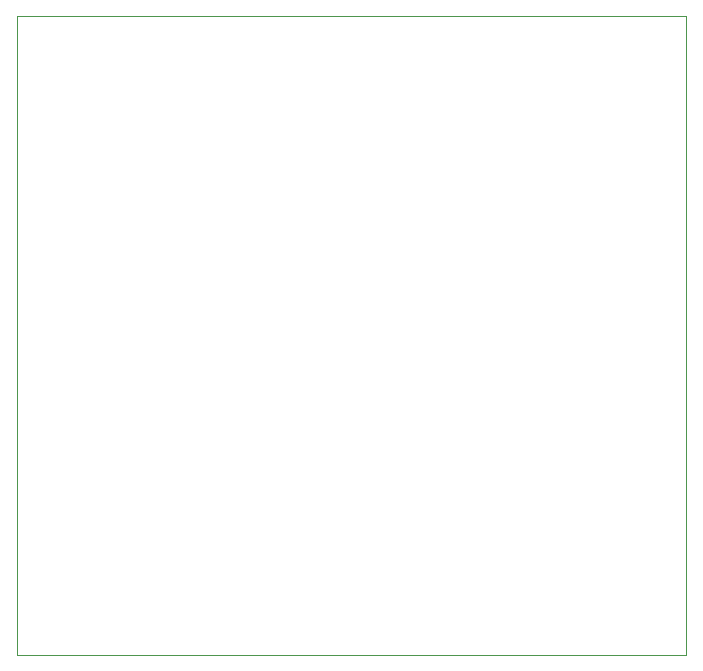
<source format=gm1>
G04 #@! TF.GenerationSoftware,KiCad,Pcbnew,(6.0.11)*
G04 #@! TF.CreationDate,2024-10-09T23:17:59+02:00*
G04 #@! TF.ProjectId,kicad-c128keyb,6b696361-642d-4633-9132-386b6579622e,rev?*
G04 #@! TF.SameCoordinates,Original*
G04 #@! TF.FileFunction,Profile,NP*
%FSLAX46Y46*%
G04 Gerber Fmt 4.6, Leading zero omitted, Abs format (unit mm)*
G04 Created by KiCad (PCBNEW (6.0.11)) date 2024-10-09 23:17:59*
%MOMM*%
%LPD*%
G01*
G04 APERTURE LIST*
G04 #@! TA.AperFunction,Profile*
%ADD10C,0.050000*%
G04 #@! TD*
G04 APERTURE END LIST*
D10*
X161311590Y-119068310D02*
X104648000Y-119068310D01*
X104648000Y-119068310D02*
X104648000Y-65024000D01*
X104648000Y-65024000D02*
X161311590Y-65024000D01*
X161311590Y-65024000D02*
X161311590Y-119068310D01*
M02*

</source>
